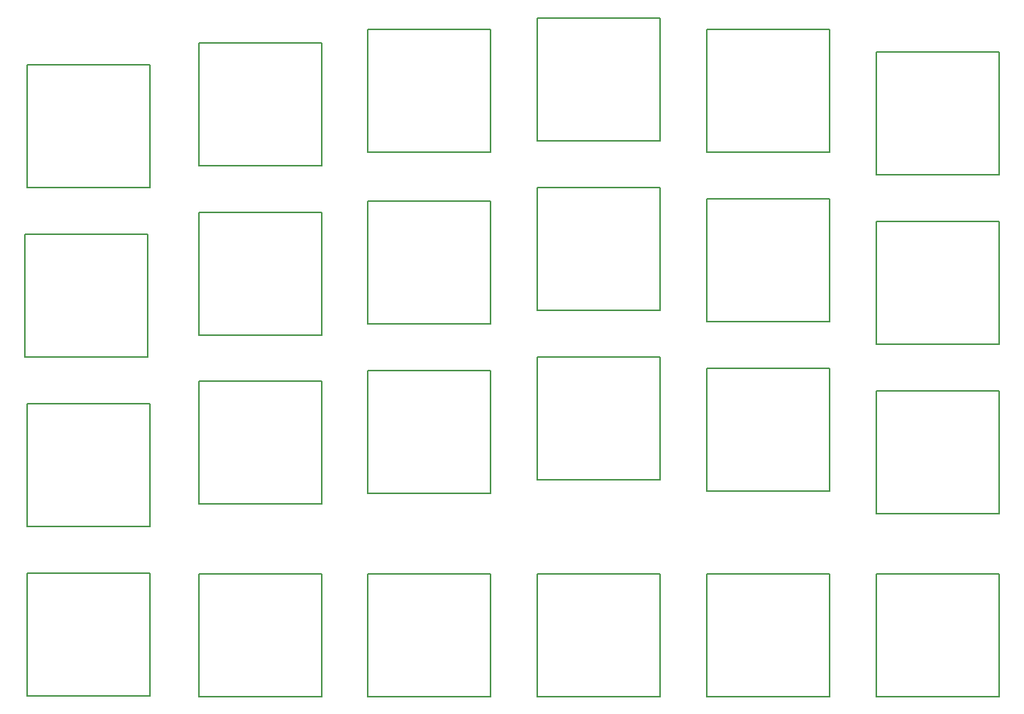
<source format=gbr>
G04 #@! TF.GenerationSoftware,KiCad,Pcbnew,5.1.9*
G04 #@! TF.CreationDate,2021-01-07T06:40:59-06:00*
G04 #@! TF.ProjectId,halfboard,68616c66-626f-4617-9264-2e6b69636164,rev?*
G04 #@! TF.SameCoordinates,Original*
G04 #@! TF.FileFunction,Other,Comment*
%FSLAX46Y46*%
G04 Gerber Fmt 4.6, Leading zero omitted, Abs format (unit mm)*
G04 Created by KiCad (PCBNEW 5.1.9) date 2021-01-07 06:40:59*
%MOMM*%
%LPD*%
G01*
G04 APERTURE LIST*
%ADD10C,0.152400*%
G04 APERTURE END LIST*
D10*
G04 #@! TO.C, *
X154632303Y-69159730D02*
X140832303Y-69159730D01*
X140832303Y-69159730D02*
X140832303Y-55359730D01*
X140832303Y-55359730D02*
X154632303Y-55359730D01*
X154632303Y-55359730D02*
X154632303Y-69159730D01*
X154632303Y-88209730D02*
X140832303Y-88209730D01*
X140832303Y-88209730D02*
X140832303Y-74409730D01*
X140832303Y-74409730D02*
X154632303Y-74409730D01*
X154632303Y-74409730D02*
X154632303Y-88209730D01*
X154632303Y-107259730D02*
X140832303Y-107259730D01*
X140832303Y-107259730D02*
X140832303Y-93459730D01*
X140832303Y-93459730D02*
X154632303Y-93459730D01*
X154632303Y-93459730D02*
X154632303Y-107259730D01*
X154632303Y-127833730D02*
X140832303Y-127833730D01*
X140832303Y-127833730D02*
X140832303Y-114033730D01*
X140832303Y-114033730D02*
X154632303Y-114033730D01*
X154632303Y-114033730D02*
X154632303Y-127833730D01*
X135582303Y-127833730D02*
X121782303Y-127833730D01*
X121782303Y-127833730D02*
X121782303Y-114033730D01*
X121782303Y-114033730D02*
X135582303Y-114033730D01*
X135582303Y-114033730D02*
X135582303Y-127833730D01*
X116532303Y-127833730D02*
X102732303Y-127833730D01*
X102732303Y-127833730D02*
X102732303Y-114033730D01*
X102732303Y-114033730D02*
X116532303Y-114033730D01*
X116532303Y-114033730D02*
X116532303Y-127833730D01*
X97482303Y-127833730D02*
X83682303Y-127833730D01*
X83682303Y-127833730D02*
X83682303Y-114033730D01*
X83682303Y-114033730D02*
X97482303Y-114033730D01*
X97482303Y-114033730D02*
X97482303Y-127833730D01*
X135582303Y-104719730D02*
X121782303Y-104719730D01*
X121782303Y-104719730D02*
X121782303Y-90919730D01*
X121782303Y-90919730D02*
X135582303Y-90919730D01*
X135582303Y-90919730D02*
X135582303Y-104719730D01*
X135582303Y-85669730D02*
X121782303Y-85669730D01*
X121782303Y-85669730D02*
X121782303Y-71869730D01*
X121782303Y-71869730D02*
X135582303Y-71869730D01*
X135582303Y-71869730D02*
X135582303Y-85669730D01*
X135582303Y-66619730D02*
X121782303Y-66619730D01*
X121782303Y-66619730D02*
X121782303Y-52819730D01*
X121782303Y-52819730D02*
X135582303Y-52819730D01*
X135582303Y-52819730D02*
X135582303Y-66619730D01*
X116532303Y-65349730D02*
X102732303Y-65349730D01*
X102732303Y-65349730D02*
X102732303Y-51549730D01*
X102732303Y-51549730D02*
X116532303Y-51549730D01*
X116532303Y-51549730D02*
X116532303Y-65349730D01*
X116532303Y-84399730D02*
X102732303Y-84399730D01*
X102732303Y-84399730D02*
X102732303Y-70599730D01*
X102732303Y-70599730D02*
X116532303Y-70599730D01*
X116532303Y-70599730D02*
X116532303Y-84399730D01*
X116532303Y-103449730D02*
X102732303Y-103449730D01*
X102732303Y-103449730D02*
X102732303Y-89649730D01*
X102732303Y-89649730D02*
X116532303Y-89649730D01*
X116532303Y-89649730D02*
X116532303Y-103449730D01*
X97482303Y-104973730D02*
X83682303Y-104973730D01*
X83682303Y-104973730D02*
X83682303Y-91173730D01*
X83682303Y-91173730D02*
X97482303Y-91173730D01*
X97482303Y-91173730D02*
X97482303Y-104973730D01*
X97482303Y-85923730D02*
X83682303Y-85923730D01*
X83682303Y-85923730D02*
X83682303Y-72123730D01*
X83682303Y-72123730D02*
X97482303Y-72123730D01*
X97482303Y-72123730D02*
X97482303Y-85923730D01*
X97482303Y-66619730D02*
X83682303Y-66619730D01*
X83682303Y-66619730D02*
X83682303Y-52819730D01*
X83682303Y-52819730D02*
X97482303Y-52819730D01*
X97482303Y-52819730D02*
X97482303Y-66619730D01*
X78489231Y-68143730D02*
X64689231Y-68143730D01*
X64689231Y-68143730D02*
X64689231Y-54343730D01*
X64689231Y-54343730D02*
X78489231Y-54343730D01*
X78489231Y-54343730D02*
X78489231Y-68143730D01*
X78489231Y-87191829D02*
X64689231Y-87191829D01*
X64689231Y-87191829D02*
X64689231Y-73391829D01*
X64689231Y-73391829D02*
X78489231Y-73391829D01*
X78489231Y-73391829D02*
X78489231Y-87191829D01*
X78489231Y-106200230D02*
X64689231Y-106200230D01*
X64689231Y-106200230D02*
X64689231Y-92400230D01*
X64689231Y-92400230D02*
X78489231Y-92400230D01*
X78489231Y-92400230D02*
X78489231Y-106200230D01*
X78489231Y-127833730D02*
X64689231Y-127833730D01*
X64689231Y-127833730D02*
X64689231Y-114033730D01*
X64689231Y-114033730D02*
X78489231Y-114033730D01*
X78489231Y-114033730D02*
X78489231Y-127833730D01*
X59224000Y-127804000D02*
X45424000Y-127804000D01*
X45424000Y-127804000D02*
X45424000Y-114004000D01*
X45424000Y-114004000D02*
X59224000Y-114004000D01*
X59224000Y-114004000D02*
X59224000Y-127804000D01*
X59224000Y-108754000D02*
X45424000Y-108754000D01*
X45424000Y-108754000D02*
X45424000Y-94954000D01*
X45424000Y-94954000D02*
X59224000Y-94954000D01*
X59224000Y-94954000D02*
X59224000Y-108754000D01*
X58970000Y-89704000D02*
X45170000Y-89704000D01*
X45170000Y-89704000D02*
X45170000Y-75904000D01*
X45170000Y-75904000D02*
X58970000Y-75904000D01*
X58970000Y-75904000D02*
X58970000Y-89704000D01*
X59224000Y-70654000D02*
X45424000Y-70654000D01*
X45424000Y-70654000D02*
X45424000Y-56854000D01*
X45424000Y-56854000D02*
X59224000Y-56854000D01*
X59224000Y-56854000D02*
X59224000Y-70654000D01*
G04 #@! TD*
M02*

</source>
